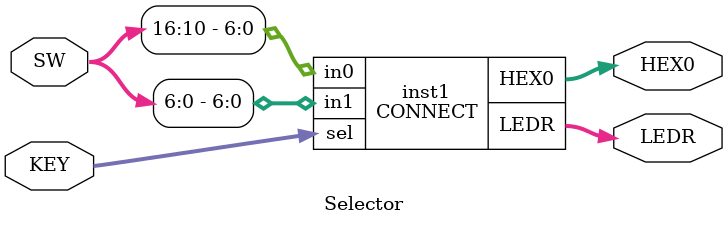
<source format=v>
module mux(S, i0, i1, m);
	input i0, i1, S;
	output m;
	
	not n(nout, S);
	and a1(aout1, i0, nout);
	and a2(aout2, i1, S);
	or o1(m, aout1, aout2);
endmodule

module my7bit21mux(sel, in0, in1, f);
	input sel;
	input [6:0] in0, in1;
	output [6:0] f;
	
	mux m1[6:0](sel,in0,in1,f);
endmodule

module CONNECT(sel,in0,in1,LEDR,HEX0);
	input[3:0] sel;
	input[6:0] in0,in1;
	output[6:0] LEDR;
	output[6:0] HEX0;
	wire[6:0] temp;
	
	my7bit21mux m1(~sel[3],in0,in1,temp);
	assign LEDR = temp;
	assign HEX0 = ~temp;
endmodule

module Selector(KEY,SW,LEDR,HEX0);
	input[3:0] KEY;
	input [17:0] SW;
	output [6:0] LEDR;
	output [6:0] HEX0;
	CONNECT inst1(KEY, SW[16:10], SW[6:0], LEDR, HEX0);
endmodule
	
</source>
